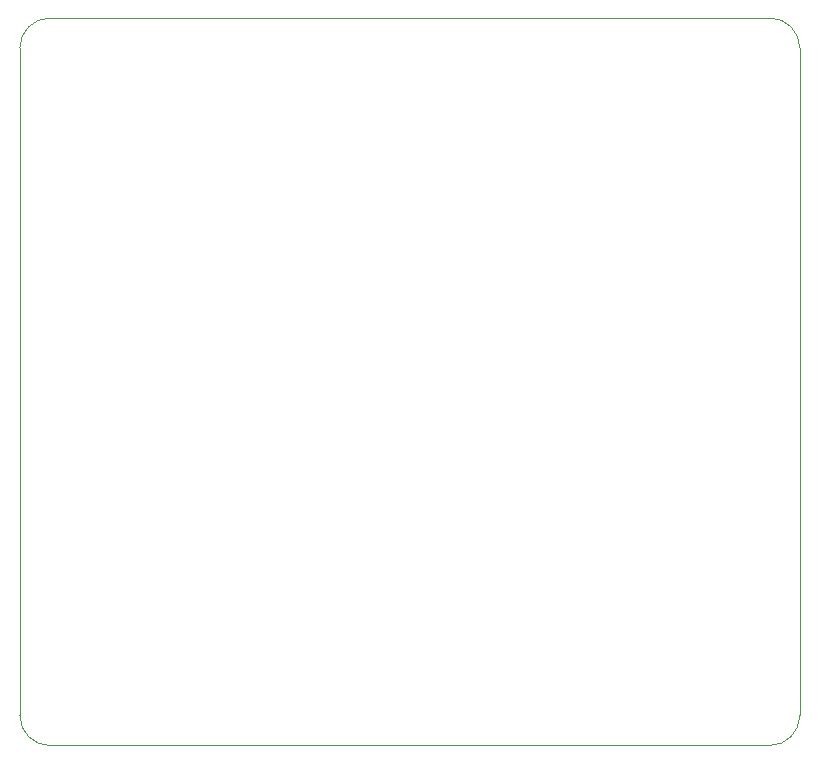
<source format=gbr>
%TF.GenerationSoftware,KiCad,Pcbnew,7.0.10*%
%TF.CreationDate,2024-03-24T11:08:13+01:00*%
%TF.ProjectId,dmg-gbc-cartridge-reader.kicad_pro,646d672d-6762-4632-9d63-617274726964,rev?*%
%TF.SameCoordinates,Original*%
%TF.FileFunction,Profile,NP*%
%FSLAX46Y46*%
G04 Gerber Fmt 4.6, Leading zero omitted, Abs format (unit mm)*
G04 Created by KiCad (PCBNEW 7.0.10) date 2024-03-24 11:08:13*
%MOMM*%
%LPD*%
G01*
G04 APERTURE LIST*
%TA.AperFunction,Profile*%
%ADD10C,0.050000*%
%TD*%
G04 APERTURE END LIST*
D10*
X95885000Y-24765000D02*
X95885000Y-24130000D01*
X29845000Y-80645000D02*
X29845000Y-80010000D01*
X29845000Y-24130000D02*
X29845000Y-80010000D01*
X93345000Y-21590000D02*
X32385000Y-21590000D01*
X95885000Y-80645000D02*
X95885000Y-24765000D01*
X32385000Y-83185000D02*
X93345000Y-83185000D01*
X29845000Y-80645000D02*
G75*
G03*
X32385000Y-83185000I2540000J0D01*
G01*
X32385000Y-21590000D02*
G75*
G03*
X29845000Y-24130000I0J-2540000D01*
G01*
X95885000Y-24130000D02*
G75*
G03*
X93345000Y-21590000I-2540000J0D01*
G01*
X93345000Y-83185000D02*
G75*
G03*
X95885000Y-80645000I0J2540000D01*
G01*
M02*

</source>
